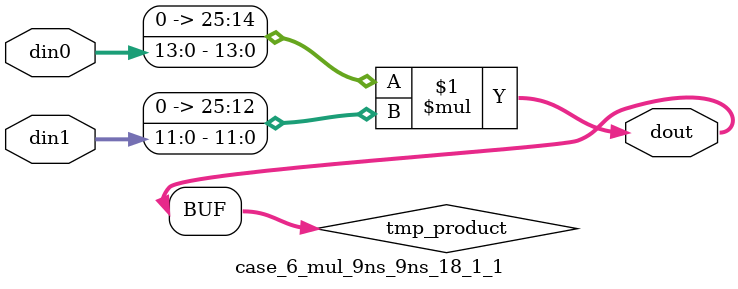
<source format=v>

`timescale 1 ns / 1 ps

 (* use_dsp = "no" *)  module case_6_mul_9ns_9ns_18_1_1(din0, din1, dout);
parameter ID = 1;
parameter NUM_STAGE = 0;
parameter din0_WIDTH = 14;
parameter din1_WIDTH = 12;
parameter dout_WIDTH = 26;

input [din0_WIDTH - 1 : 0] din0; 
input [din1_WIDTH - 1 : 0] din1; 
output [dout_WIDTH - 1 : 0] dout;

wire signed [dout_WIDTH - 1 : 0] tmp_product;
























assign tmp_product = $signed({1'b0, din0}) * $signed({1'b0, din1});











assign dout = tmp_product;





















endmodule

</source>
